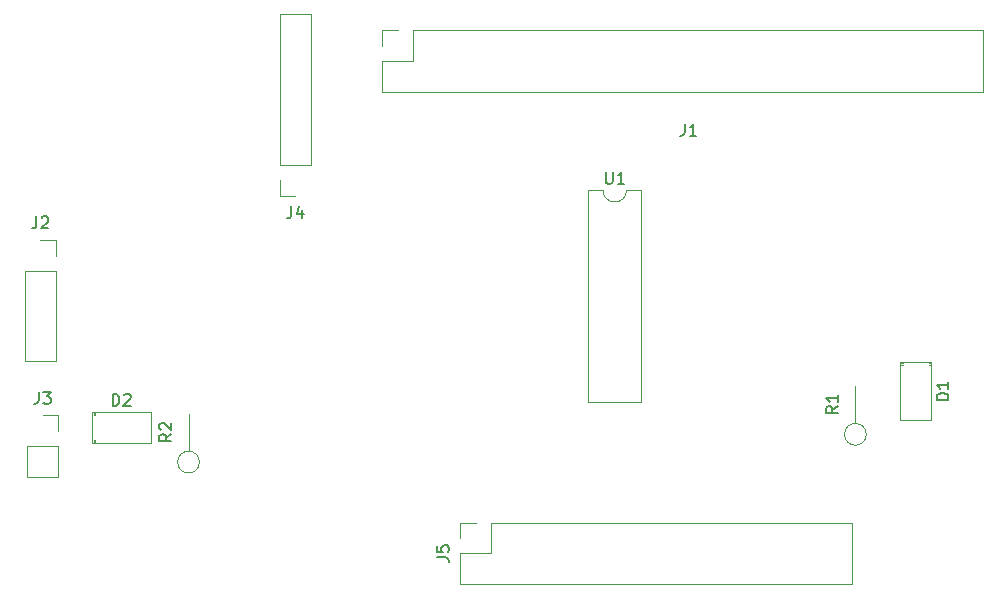
<source format=gto>
G04 #@! TF.GenerationSoftware,KiCad,Pcbnew,(5.1.10)-1*
G04 #@! TF.CreationDate,2023-02-08T16:19:39+02:00*
G04 #@! TF.ProjectId,rpi_shieled_2,7270695f-7368-4696-956c-65645f322e6b,rev?*
G04 #@! TF.SameCoordinates,Original*
G04 #@! TF.FileFunction,Legend,Top*
G04 #@! TF.FilePolarity,Positive*
%FSLAX46Y46*%
G04 Gerber Fmt 4.6, Leading zero omitted, Abs format (unit mm)*
G04 Created by KiCad (PCBNEW (5.1.10)-1) date 2023-02-08 16:19:39*
%MOMM*%
%LPD*%
G01*
G04 APERTURE LIST*
%ADD10C,0.120000*%
%ADD11C,0.150000*%
G04 APERTURE END LIST*
D10*
X179960000Y-107920000D02*
X179960000Y-112840000D01*
X177340000Y-107920000D02*
X177340000Y-112840000D01*
X179960000Y-107920000D02*
X177340000Y-107920000D01*
X179960000Y-112840000D02*
X177340000Y-112840000D01*
X179960000Y-108040000D02*
X179730000Y-108040000D01*
X177570000Y-108040000D02*
X177340000Y-108040000D01*
X179960000Y-108160000D02*
X179730000Y-108160000D01*
X177570000Y-108160000D02*
X177340000Y-108160000D01*
X109170000Y-114550000D02*
X109170000Y-114780000D01*
X109170000Y-112160000D02*
X109170000Y-112390000D01*
X109050000Y-114550000D02*
X109050000Y-114780000D01*
X109050000Y-112160000D02*
X109050000Y-112390000D01*
X113850000Y-112160000D02*
X113850000Y-114780000D01*
X108930000Y-112160000D02*
X108930000Y-114780000D01*
X108930000Y-114780000D02*
X113850000Y-114780000D01*
X108930000Y-112160000D02*
X113850000Y-112160000D01*
X133440000Y-81150000D02*
X133440000Y-79820000D01*
X133440000Y-79820000D02*
X134770000Y-79820000D01*
X133440000Y-82420000D02*
X136040000Y-82420000D01*
X136040000Y-82420000D02*
X136040000Y-79820000D01*
X136040000Y-79820000D02*
X184360000Y-79820000D01*
X184360000Y-85020000D02*
X184360000Y-79820000D01*
X133440000Y-85020000D02*
X184360000Y-85020000D01*
X133440000Y-85020000D02*
X133440000Y-82420000D01*
X104530000Y-97580000D02*
X105860000Y-97580000D01*
X105860000Y-97580000D02*
X105860000Y-98910000D01*
X105860000Y-100180000D02*
X105860000Y-107860000D01*
X103200000Y-107860000D02*
X105860000Y-107860000D01*
X103200000Y-100180000D02*
X103200000Y-107860000D01*
X103200000Y-100180000D02*
X105860000Y-100180000D01*
X104720000Y-112440000D02*
X106050000Y-112440000D01*
X106050000Y-112440000D02*
X106050000Y-113770000D01*
X106050000Y-115040000D02*
X106050000Y-117640000D01*
X103390000Y-117640000D02*
X106050000Y-117640000D01*
X103390000Y-115040000D02*
X103390000Y-117640000D01*
X103390000Y-115040000D02*
X106050000Y-115040000D01*
X126120000Y-93840000D02*
X124790000Y-93840000D01*
X124790000Y-93840000D02*
X124790000Y-92510000D01*
X124790000Y-91240000D02*
X124790000Y-78480000D01*
X127450000Y-78480000D02*
X124790000Y-78480000D01*
X127450000Y-91240000D02*
X127450000Y-78480000D01*
X127450000Y-91240000D02*
X124790000Y-91240000D01*
X140090000Y-122840000D02*
X140090000Y-121510000D01*
X140090000Y-121510000D02*
X141420000Y-121510000D01*
X140090000Y-124110000D02*
X142690000Y-124110000D01*
X142690000Y-124110000D02*
X142690000Y-121510000D01*
X142690000Y-121510000D02*
X173230000Y-121510000D01*
X173230000Y-126710000D02*
X173230000Y-121510000D01*
X140090000Y-126710000D02*
X173230000Y-126710000D01*
X140090000Y-126710000D02*
X140090000Y-124110000D01*
X174450000Y-114040000D02*
G75*
G03*
X174450000Y-114040000I-920000J0D01*
G01*
X173530000Y-113120000D02*
X173530000Y-109960000D01*
X117070000Y-115470000D02*
X117070000Y-112310000D01*
X117990000Y-116390000D02*
G75*
G03*
X117990000Y-116390000I-920000J0D01*
G01*
X155410000Y-93360000D02*
X154160000Y-93360000D01*
X155410000Y-111260000D02*
X155410000Y-93360000D01*
X150910000Y-111260000D02*
X155410000Y-111260000D01*
X150910000Y-93360000D02*
X150910000Y-111260000D01*
X152160000Y-93360000D02*
X150910000Y-93360000D01*
X154160000Y-93360000D02*
G75*
G02*
X152160000Y-93360000I-1000000J0D01*
G01*
D11*
X181412380Y-111118095D02*
X180412380Y-111118095D01*
X180412380Y-110880000D01*
X180460000Y-110737142D01*
X180555238Y-110641904D01*
X180650476Y-110594285D01*
X180840952Y-110546666D01*
X180983809Y-110546666D01*
X181174285Y-110594285D01*
X181269523Y-110641904D01*
X181364761Y-110737142D01*
X181412380Y-110880000D01*
X181412380Y-111118095D01*
X181412380Y-109594285D02*
X181412380Y-110165714D01*
X181412380Y-109880000D02*
X180412380Y-109880000D01*
X180555238Y-109975238D01*
X180650476Y-110070476D01*
X180698095Y-110165714D01*
X110651904Y-111612380D02*
X110651904Y-110612380D01*
X110890000Y-110612380D01*
X111032857Y-110660000D01*
X111128095Y-110755238D01*
X111175714Y-110850476D01*
X111223333Y-111040952D01*
X111223333Y-111183809D01*
X111175714Y-111374285D01*
X111128095Y-111469523D01*
X111032857Y-111564761D01*
X110890000Y-111612380D01*
X110651904Y-111612380D01*
X111604285Y-110707619D02*
X111651904Y-110660000D01*
X111747142Y-110612380D01*
X111985238Y-110612380D01*
X112080476Y-110660000D01*
X112128095Y-110707619D01*
X112175714Y-110802857D01*
X112175714Y-110898095D01*
X112128095Y-111040952D01*
X111556666Y-111612380D01*
X112175714Y-111612380D01*
X159066666Y-87752380D02*
X159066666Y-88466666D01*
X159019047Y-88609523D01*
X158923809Y-88704761D01*
X158780952Y-88752380D01*
X158685714Y-88752380D01*
X160066666Y-88752380D02*
X159495238Y-88752380D01*
X159780952Y-88752380D02*
X159780952Y-87752380D01*
X159685714Y-87895238D01*
X159590476Y-87990476D01*
X159495238Y-88038095D01*
X104196666Y-95592380D02*
X104196666Y-96306666D01*
X104149047Y-96449523D01*
X104053809Y-96544761D01*
X103910952Y-96592380D01*
X103815714Y-96592380D01*
X104625238Y-95687619D02*
X104672857Y-95640000D01*
X104768095Y-95592380D01*
X105006190Y-95592380D01*
X105101428Y-95640000D01*
X105149047Y-95687619D01*
X105196666Y-95782857D01*
X105196666Y-95878095D01*
X105149047Y-96020952D01*
X104577619Y-96592380D01*
X105196666Y-96592380D01*
X104386666Y-110452380D02*
X104386666Y-111166666D01*
X104339047Y-111309523D01*
X104243809Y-111404761D01*
X104100952Y-111452380D01*
X104005714Y-111452380D01*
X104767619Y-110452380D02*
X105386666Y-110452380D01*
X105053333Y-110833333D01*
X105196190Y-110833333D01*
X105291428Y-110880952D01*
X105339047Y-110928571D01*
X105386666Y-111023809D01*
X105386666Y-111261904D01*
X105339047Y-111357142D01*
X105291428Y-111404761D01*
X105196190Y-111452380D01*
X104910476Y-111452380D01*
X104815238Y-111404761D01*
X104767619Y-111357142D01*
X125786666Y-94732380D02*
X125786666Y-95446666D01*
X125739047Y-95589523D01*
X125643809Y-95684761D01*
X125500952Y-95732380D01*
X125405714Y-95732380D01*
X126691428Y-95065714D02*
X126691428Y-95732380D01*
X126453333Y-94684761D02*
X126215238Y-95399047D01*
X126834285Y-95399047D01*
X138102380Y-124443333D02*
X138816666Y-124443333D01*
X138959523Y-124490952D01*
X139054761Y-124586190D01*
X139102380Y-124729047D01*
X139102380Y-124824285D01*
X138102380Y-123490952D02*
X138102380Y-123967142D01*
X138578571Y-124014761D01*
X138530952Y-123967142D01*
X138483333Y-123871904D01*
X138483333Y-123633809D01*
X138530952Y-123538571D01*
X138578571Y-123490952D01*
X138673809Y-123443333D01*
X138911904Y-123443333D01*
X139007142Y-123490952D01*
X139054761Y-123538571D01*
X139102380Y-123633809D01*
X139102380Y-123871904D01*
X139054761Y-123967142D01*
X139007142Y-124014761D01*
X172062380Y-111666666D02*
X171586190Y-112000000D01*
X172062380Y-112238095D02*
X171062380Y-112238095D01*
X171062380Y-111857142D01*
X171110000Y-111761904D01*
X171157619Y-111714285D01*
X171252857Y-111666666D01*
X171395714Y-111666666D01*
X171490952Y-111714285D01*
X171538571Y-111761904D01*
X171586190Y-111857142D01*
X171586190Y-112238095D01*
X172062380Y-110714285D02*
X172062380Y-111285714D01*
X172062380Y-111000000D02*
X171062380Y-111000000D01*
X171205238Y-111095238D01*
X171300476Y-111190476D01*
X171348095Y-111285714D01*
X115602380Y-114016666D02*
X115126190Y-114350000D01*
X115602380Y-114588095D02*
X114602380Y-114588095D01*
X114602380Y-114207142D01*
X114650000Y-114111904D01*
X114697619Y-114064285D01*
X114792857Y-114016666D01*
X114935714Y-114016666D01*
X115030952Y-114064285D01*
X115078571Y-114111904D01*
X115126190Y-114207142D01*
X115126190Y-114588095D01*
X114697619Y-113635714D02*
X114650000Y-113588095D01*
X114602380Y-113492857D01*
X114602380Y-113254761D01*
X114650000Y-113159523D01*
X114697619Y-113111904D01*
X114792857Y-113064285D01*
X114888095Y-113064285D01*
X115030952Y-113111904D01*
X115602380Y-113683333D01*
X115602380Y-113064285D01*
X152398095Y-91812380D02*
X152398095Y-92621904D01*
X152445714Y-92717142D01*
X152493333Y-92764761D01*
X152588571Y-92812380D01*
X152779047Y-92812380D01*
X152874285Y-92764761D01*
X152921904Y-92717142D01*
X152969523Y-92621904D01*
X152969523Y-91812380D01*
X153969523Y-92812380D02*
X153398095Y-92812380D01*
X153683809Y-92812380D02*
X153683809Y-91812380D01*
X153588571Y-91955238D01*
X153493333Y-92050476D01*
X153398095Y-92098095D01*
M02*

</source>
